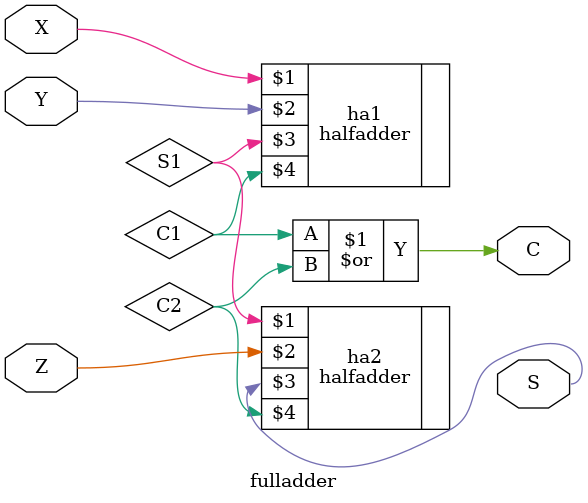
<source format=v>
module fulladder(X, Y, Z, S, C);
    input X, Y, Z;
    output S, C;
    wire S1, C1, C2; // outputs of first and second half adder

    halfadder ha1(X, Y, S1, C1);
    halfadder ha2(S1, Z, S, C2);
    assign C = C1 | C2;
endmodule
</source>
